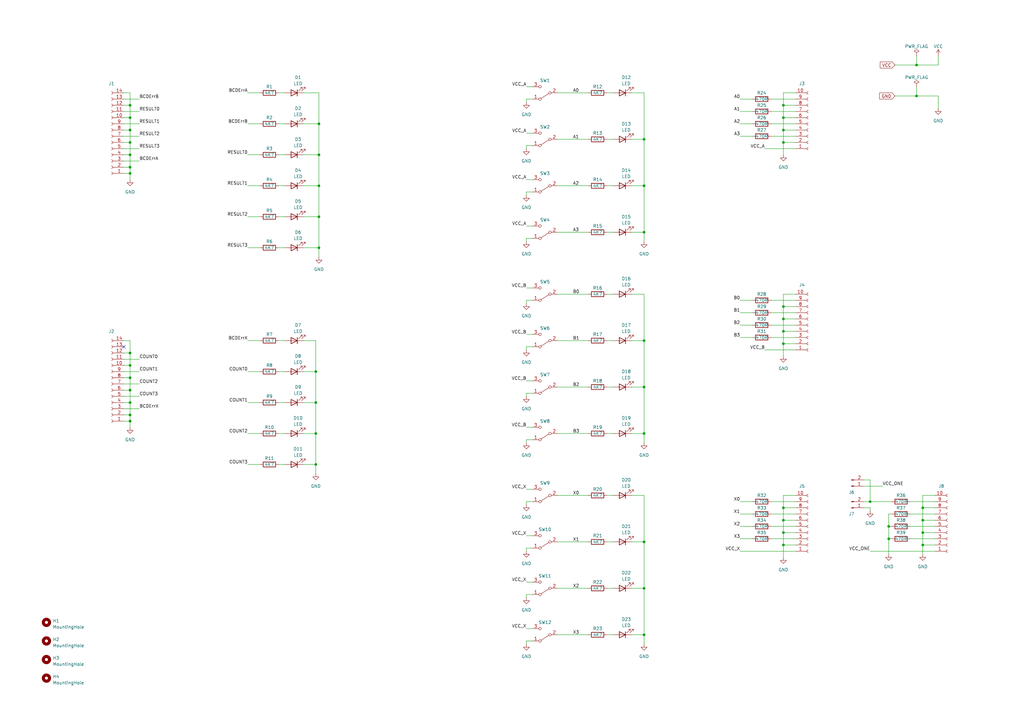
<source format=kicad_sch>
(kicad_sch (version 20230121) (generator eeschema)
  (paper "A3")
  (lib_symbols
    (symbol "Connector:Conn_01x02_Pin" (pin_names (offset 1.016) hide)
      (property "Reference" "J" (at 0 2.54 0))
      (property "Value" "Conn_01x02_Pin" (at 0 -5.08 0))
      (symbol "Conn_01x02_Pin_1_1"
        (pin passive line (at 5.08 0 180) (length 3.81) (name "Pin_1") (number "1"))
        (pin passive line (at 5.08 -2.54 180) (length 3.81) (name "Pin_2") (number "2"))
      )
    )
    (symbol "Connector:Conn_01x10_Socket" (pin_names (offset 1.016) hide)
      (property "Reference" "J" (at 0 12.7 0))
      (property "Value" "Conn_01x10_Socket" (at 0 -15.24 0))
      (symbol "Conn_01x10_Socket_1_1"
        (pin passive line (at -5.08 10.16 0) (length 3.81) (name "Pin_1") (number "1"))
        (pin passive line (at -5.08 -12.7 0) (length 3.81) (name "Pin_10") (number "10"))
        (pin passive line (at -5.08 7.62 0) (length 3.81) (name "Pin_2") (number "2"))
        (pin passive line (at -5.08 5.08 0) (length 3.81) (name "Pin_3") (number "3"))
        (pin passive line (at -5.08 2.54 0) (length 3.81) (name "Pin_4") (number "4"))
        (pin passive line (at -5.08 0 0) (length 3.81) (name "Pin_5") (number "5"))
        (pin passive line (at -5.08 -2.54 0) (length 3.81) (name "Pin_6") (number "6"))
        (pin passive line (at -5.08 -5.08 0) (length 3.81) (name "Pin_7") (number "7"))
        (pin passive line (at -5.08 -7.62 0) (length 3.81) (name "Pin_8") (number "8"))
        (pin passive line (at -5.08 -10.16 0) (length 3.81) (name "Pin_9") (number "9"))
      )
    )
    (symbol "Connector:Conn_01x14_Socket" (pin_names (offset 1.016) hide)
      (property "Reference" "J" (at 0 17.78 0))
      (property "Value" "Conn_01x14_Socket" (at 0 -20.32 0))
      (symbol "Conn_01x14_Socket_1_1"
        (pin passive line (at -5.08 15.24 0) (length 3.81) (name "Pin_1") (number "1"))
        (pin passive line (at -5.08 -7.62 0) (length 3.81) (name "Pin_10") (number "10"))
        (pin passive line (at -5.08 -10.16 0) (length 3.81) (name "Pin_11") (number "11"))
        (pin passive line (at -5.08 -12.7 0) (length 3.81) (name "Pin_12") (number "12"))
        (pin passive line (at -5.08 -15.24 0) (length 3.81) (name "Pin_13") (number "13"))
        (pin passive line (at -5.08 -17.78 0) (length 3.81) (name "Pin_14") (number "14"))
        (pin passive line (at -5.08 12.7 0) (length 3.81) (name "Pin_2") (number "2"))
        (pin passive line (at -5.08 10.16 0) (length 3.81) (name "Pin_3") (number "3"))
        (pin passive line (at -5.08 7.62 0) (length 3.81) (name "Pin_4") (number "4"))
        (pin passive line (at -5.08 5.08 0) (length 3.81) (name "Pin_5") (number "5"))
        (pin passive line (at -5.08 2.54 0) (length 3.81) (name "Pin_6") (number "6"))
        (pin passive line (at -5.08 0 0) (length 3.81) (name "Pin_7") (number "7"))
        (pin passive line (at -5.08 -2.54 0) (length 3.81) (name "Pin_8") (number "8"))
        (pin passive line (at -5.08 -5.08 0) (length 3.81) (name "Pin_9") (number "9"))
      )
    )
    (symbol "Device:LED" (pin_numbers hide) (pin_names (offset 1.016) hide)
      (property "Reference" "D" (at 0 2.54 0))
      (property "Value" "LED" (at 0 -2.54 0))
      (symbol "LED_1_1"
        (pin passive line (at -3.81 0 0) (length 2.54) (name "K") (number "1"))
        (pin passive line (at 3.81 0 180) (length 2.54) (name "A") (number "2"))
      )
    )
    (symbol "Device:R" (pin_numbers hide) (pin_names (offset 0))
      (property "Reference" "R" (at 2.032 0 90))
      (property "Value" "R" (at 0 0 90))
      (symbol "R_1_1"
        (pin passive line (at 0 3.81 270) (length 1.27) (name "~") (number "1"))
        (pin passive line (at 0 -3.81 90) (length 1.27) (name "~") (number "2"))
      )
    )
    (symbol "Mechanical:MountingHole" (pin_names (offset 1.016))
      (property "Reference" "H" (at 0 5.08 0))
      (property "Value" "MountingHole" (at 0 3.175 0))
    )
    (symbol "MevaLlibreria:SW_SPDT" (pin_names (offset 0) hide)
      (property "Reference" "SW" (at 0 -5.08 0))
      (symbol "SW_SPDT_1_1"
        (pin passive line (at 5.08 2.54 180) (length 2.54) (name "A") (number "1"))
        (pin passive line (at -5.08 0 0) (length 2.54) (name "B") (number "2"))
        (pin passive line (at 5.08 -2.54 180) (length 2.54) (name "C") (number "3"))
      )
    )
    (symbol "power:GND" (power) (pin_names (offset 0))
      (property "Value" "GND" (at 0 -3.81 0))
      (symbol "GND_1_1"
        (pin power_in line (at 0 0 270) (length 0) hide (name "GND") (number "1"))
      )
    )
    (symbol "power:PWR_FLAG" (power) (pin_numbers hide) (pin_names (offset 0) hide)
      (property "Value" "PWR_FLAG" (at 0 3.81 0))
      (symbol "PWR_FLAG_0_0"
        (pin power_out line (at 0 0 90) (length 0) (name "pwr") (number "1"))
      )
    )
    (symbol "power:VCC" (power) (pin_names (offset 0))
      (property "Value" "VCC" (at 0 3.81 0))
      (symbol "VCC_1_1"
        (pin power_in line (at 0 0 90) (length 0) hide (name "VCC") (number "1"))
      )
    )
  )
  (junction (at 129.54 190.5))
  (junction (at 364.49 220.98))
  (junction (at 264.16 177.8))
  (junction (at 264.16 241.3))
  (junction (at 264.16 76.2))
  (junction (at 321.31 213.36))
  (junction (at 130.81 63.5))
  (junction (at 53.34 48.26))
  (junction (at 53.34 172.72))
  (junction (at 264.16 158.75))
  (junction (at 53.34 63.5))
  (junction (at 130.81 101.6))
  (junction (at 356.87 205.74))
  (junction (at 375.92 26.67))
  (junction (at 53.34 144.78))
  (junction (at 378.46 213.36))
  (junction (at 378.46 208.28))
  (junction (at 375.92 39.37))
  (junction (at 364.49 215.9))
  (junction (at 321.31 218.44))
  (junction (at 321.31 48.26))
  (junction (at 53.34 170.18))
  (junction (at 378.46 223.52))
  (junction (at 321.31 53.34))
  (junction (at 321.31 140.97))
  (junction (at 129.54 152.4))
  (junction (at 53.34 53.34))
  (junction (at 53.34 165.1))
  (junction (at 321.31 125.73))
  (junction (at 264.16 57.15))
  (junction (at 130.81 50.8))
  (junction (at 264.16 95.25))
  (junction (at 129.54 177.8))
  (junction (at 130.81 76.2))
  (junction (at 53.34 58.42))
  (junction (at 321.31 135.89))
  (junction (at 264.16 260.35))
  (junction (at 321.31 43.18))
  (junction (at 321.31 208.28))
  (junction (at 53.34 160.02))
  (junction (at 130.81 88.9))
  (junction (at 264.16 139.7))
  (junction (at 129.54 165.1))
  (junction (at 53.34 68.58))
  (junction (at 321.31 223.52))
  (junction (at 53.34 154.94))
  (junction (at 53.34 149.86))
  (junction (at 321.31 58.42))
  (junction (at 264.16 222.25))
  (junction (at 53.34 71.12))
  (junction (at 53.34 43.18))
  (junction (at 321.31 130.81))
  (junction (at 378.46 218.44))
  (no_connect (at 50.8 142.24))
  (wire (pts (xy 248.92 158.75) (xy 251.46 158.75)))
  (wire (pts (xy 321.31 125.73) (xy 321.31 130.81)))
  (wire (pts (xy 129.54 177.8) (xy 129.54 190.5)))
  (wire (pts (xy 57.15 60.96) (xy 50.8 60.96)))
  (wire (pts (xy 57.15 167.64) (xy 50.8 167.64)))
  (wire (pts (xy 130.81 38.1) (xy 130.81 50.8)))
  (wire (pts (xy 50.8 154.94) (xy 53.34 154.94)))
  (wire (pts (xy 215.9 78.74) (xy 215.9 80.01)))
  (wire (pts (xy 321.31 130.81) (xy 321.31 135.89)))
  (wire (pts (xy 50.8 170.18) (xy 53.34 170.18)))
  (wire (pts (xy 124.46 50.8) (xy 130.81 50.8)))
  (wire (pts (xy 215.9 78.74) (xy 218.44 78.74)))
  (wire (pts (xy 57.15 55.88) (xy 50.8 55.88)))
  (wire (pts (xy 114.3 139.7) (xy 116.84 139.7)))
  (wire (pts (xy 50.8 43.18) (xy 53.34 43.18)))
  (wire (pts (xy 114.3 165.1) (xy 116.84 165.1)))
  (wire (pts (xy 130.81 101.6) (xy 130.81 105.41)))
  (wire (pts (xy 101.6 76.2) (xy 106.68 76.2)))
  (wire (pts (xy 316.23 50.8) (xy 326.39 50.8)))
  (wire (pts (xy 53.34 68.58) (xy 53.34 71.12)))
  (wire (pts (xy 57.15 147.32) (xy 50.8 147.32)))
  (wire (pts (xy 259.08 241.3) (xy 264.16 241.3)))
  (wire (pts (xy 326.39 213.36) (xy 321.31 213.36)))
  (wire (pts (xy 264.16 95.25) (xy 264.16 99.06)))
  (wire (pts (xy 373.38 220.98) (xy 383.54 220.98)))
  (wire (pts (xy 215.9 142.24) (xy 215.9 143.51)))
  (wire (pts (xy 313.69 143.51) (xy 326.39 143.51)))
  (wire (pts (xy 264.16 76.2) (xy 264.16 95.25)))
  (wire (pts (xy 354.33 196.85) (xy 356.87 196.85)))
  (wire (pts (xy 124.46 88.9) (xy 130.81 88.9)))
  (wire (pts (xy 101.6 38.1) (xy 106.68 38.1)))
  (wire (pts (xy 53.34 43.18) (xy 53.34 48.26)))
  (wire (pts (xy 53.34 63.5) (xy 53.34 68.58)))
  (wire (pts (xy 248.92 260.35) (xy 251.46 260.35)))
  (wire (pts (xy 367.03 39.37) (xy 375.92 39.37)))
  (wire (pts (xy 57.15 40.64) (xy 50.8 40.64)))
  (wire (pts (xy 101.6 190.5) (xy 106.68 190.5)))
  (wire (pts (xy 50.8 71.12) (xy 53.34 71.12)))
  (wire (pts (xy 53.34 165.1) (xy 53.34 170.18)))
  (wire (pts (xy 316.23 215.9) (xy 326.39 215.9)))
  (wire (pts (xy 326.39 125.73) (xy 321.31 125.73)))
  (wire (pts (xy 264.16 222.25) (xy 264.16 241.3)))
  (wire (pts (xy 53.34 170.18) (xy 53.34 172.72)))
  (wire (pts (xy 383.54 213.36) (xy 378.46 213.36)))
  (wire (pts (xy 321.31 140.97) (xy 321.31 146.05)))
  (wire (pts (xy 326.39 58.42) (xy 321.31 58.42)))
  (wire (pts (xy 101.6 165.1) (xy 106.68 165.1)))
  (wire (pts (xy 264.16 241.3) (xy 264.16 260.35)))
  (wire (pts (xy 313.69 60.96) (xy 326.39 60.96)))
  (wire (pts (xy 378.46 218.44) (xy 378.46 223.52)))
  (wire (pts (xy 101.6 152.4) (xy 106.68 152.4)))
  (wire (pts (xy 50.8 38.1) (xy 53.34 38.1)))
  (wire (pts (xy 248.92 57.15) (xy 251.46 57.15)))
  (wire (pts (xy 259.08 177.8) (xy 264.16 177.8)))
  (wire (pts (xy 215.9 205.74) (xy 215.9 207.01)))
  (wire (pts (xy 321.31 48.26) (xy 321.31 53.34)))
  (wire (pts (xy 57.15 45.72) (xy 50.8 45.72)))
  (wire (pts (xy 356.87 208.28) (xy 354.33 208.28)))
  (wire (pts (xy 215.9 123.19) (xy 218.44 123.19)))
  (wire (pts (xy 53.34 139.7) (xy 53.34 144.78)))
  (wire (pts (xy 215.9 224.79) (xy 215.9 226.06)))
  (wire (pts (xy 373.38 215.9) (xy 383.54 215.9)))
  (wire (pts (xy 259.08 76.2) (xy 264.16 76.2)))
  (wire (pts (xy 384.81 26.67) (xy 384.81 22.86)))
  (wire (pts (xy 215.9 224.79) (xy 218.44 224.79)))
  (wire (pts (xy 303.53 50.8) (xy 308.61 50.8)))
  (wire (pts (xy 215.9 35.56) (xy 218.44 35.56)))
  (wire (pts (xy 53.34 53.34) (xy 53.34 58.42)))
  (wire (pts (xy 215.9 205.74) (xy 218.44 205.74)))
  (wire (pts (xy 50.8 139.7) (xy 53.34 139.7)))
  (wire (pts (xy 114.3 190.5) (xy 116.84 190.5)))
  (wire (pts (xy 215.9 200.66) (xy 218.44 200.66)))
  (wire (pts (xy 124.46 101.6) (xy 130.81 101.6)))
  (wire (pts (xy 50.8 48.26) (xy 53.34 48.26)))
  (wire (pts (xy 326.39 203.2) (xy 321.31 203.2)))
  (wire (pts (xy 215.9 238.76) (xy 218.44 238.76)))
  (wire (pts (xy 129.54 165.1) (xy 129.54 177.8)))
  (wire (pts (xy 248.92 241.3) (xy 251.46 241.3)))
  (wire (pts (xy 264.16 139.7) (xy 264.16 158.75)))
  (wire (pts (xy 57.15 157.48) (xy 50.8 157.48)))
  (wire (pts (xy 53.34 73.66) (xy 53.34 71.12)))
  (wire (pts (xy 303.53 133.35) (xy 308.61 133.35)))
  (wire (pts (xy 316.23 210.82) (xy 326.39 210.82)))
  (wire (pts (xy 316.23 220.98) (xy 326.39 220.98)))
  (wire (pts (xy 248.92 120.65) (xy 251.46 120.65)))
  (wire (pts (xy 215.9 123.19) (xy 215.9 124.46)))
  (wire (pts (xy 303.53 138.43) (xy 308.61 138.43)))
  (wire (pts (xy 124.46 152.4) (xy 129.54 152.4)))
  (wire (pts (xy 215.9 137.16) (xy 218.44 137.16)))
  (wire (pts (xy 114.3 177.8) (xy 116.84 177.8)))
  (wire (pts (xy 259.08 139.7) (xy 264.16 139.7)))
  (wire (pts (xy 321.31 135.89) (xy 321.31 140.97)))
  (wire (pts (xy 321.31 208.28) (xy 321.31 213.36)))
  (wire (pts (xy 316.23 128.27) (xy 326.39 128.27)))
  (wire (pts (xy 215.9 59.69) (xy 215.9 60.96)))
  (wire (pts (xy 228.6 177.8) (xy 241.3 177.8)))
  (wire (pts (xy 130.81 76.2) (xy 130.81 88.9)))
  (wire (pts (xy 101.6 50.8) (xy 106.68 50.8)))
  (wire (pts (xy 248.92 76.2) (xy 251.46 76.2)))
  (wire (pts (xy 321.31 203.2) (xy 321.31 208.28)))
  (wire (pts (xy 375.92 35.56) (xy 375.92 39.37)))
  (wire (pts (xy 50.8 63.5) (xy 53.34 63.5)))
  (wire (pts (xy 264.16 203.2) (xy 264.16 222.25)))
  (wire (pts (xy 228.6 260.35) (xy 241.3 260.35)))
  (wire (pts (xy 264.16 57.15) (xy 264.16 76.2)))
  (wire (pts (xy 326.39 135.89) (xy 321.31 135.89)))
  (wire (pts (xy 228.6 95.25) (xy 241.3 95.25)))
  (wire (pts (xy 303.53 40.64) (xy 308.61 40.64)))
  (wire (pts (xy 373.38 205.74) (xy 383.54 205.74)))
  (wire (pts (xy 356.87 205.74) (xy 354.33 205.74)))
  (wire (pts (xy 321.31 218.44) (xy 321.31 223.52)))
  (wire (pts (xy 50.8 53.34) (xy 53.34 53.34)))
  (wire (pts (xy 384.81 39.37) (xy 384.81 44.45)))
  (wire (pts (xy 316.23 138.43) (xy 326.39 138.43)))
  (wire (pts (xy 373.38 210.82) (xy 383.54 210.82)))
  (wire (pts (xy 378.46 203.2) (xy 378.46 208.28)))
  (wire (pts (xy 303.53 205.74) (xy 308.61 205.74)))
  (wire (pts (xy 326.39 120.65) (xy 321.31 120.65)))
  (wire (pts (xy 321.31 213.36) (xy 321.31 218.44)))
  (wire (pts (xy 53.34 144.78) (xy 53.34 149.86)))
  (wire (pts (xy 326.39 218.44) (xy 321.31 218.44)))
  (wire (pts (xy 215.9 54.61) (xy 218.44 54.61)))
  (wire (pts (xy 215.9 97.79) (xy 215.9 99.06)))
  (wire (pts (xy 53.34 58.42) (xy 53.34 63.5)))
  (wire (pts (xy 114.3 63.5) (xy 116.84 63.5)))
  (wire (pts (xy 326.39 43.18) (xy 321.31 43.18)))
  (wire (pts (xy 53.34 38.1) (xy 53.34 43.18)))
  (wire (pts (xy 215.9 97.79) (xy 218.44 97.79)))
  (wire (pts (xy 101.6 101.6) (xy 106.68 101.6)))
  (wire (pts (xy 367.03 26.67) (xy 375.92 26.67)))
  (wire (pts (xy 215.9 142.24) (xy 218.44 142.24)))
  (wire (pts (xy 124.46 139.7) (xy 129.54 139.7)))
  (wire (pts (xy 383.54 203.2) (xy 378.46 203.2)))
  (wire (pts (xy 101.6 139.7) (xy 106.68 139.7)))
  (wire (pts (xy 259.08 57.15) (xy 264.16 57.15)))
  (wire (pts (xy 114.3 88.9) (xy 116.84 88.9)))
  (wire (pts (xy 303.53 210.82) (xy 308.61 210.82)))
  (wire (pts (xy 124.46 38.1) (xy 130.81 38.1)))
  (wire (pts (xy 130.81 88.9) (xy 130.81 101.6)))
  (wire (pts (xy 50.8 144.78) (xy 53.34 144.78)))
  (wire (pts (xy 114.3 76.2) (xy 116.84 76.2)))
  (wire (pts (xy 321.31 53.34) (xy 321.31 58.42)))
  (wire (pts (xy 215.9 73.66) (xy 218.44 73.66)))
  (wire (pts (xy 259.08 95.25) (xy 264.16 95.25)))
  (wire (pts (xy 215.9 92.71) (xy 218.44 92.71)))
  (wire (pts (xy 303.53 128.27) (xy 308.61 128.27)))
  (wire (pts (xy 215.9 219.71) (xy 218.44 219.71)))
  (wire (pts (xy 326.39 38.1) (xy 321.31 38.1)))
  (wire (pts (xy 303.53 220.98) (xy 308.61 220.98)))
  (wire (pts (xy 215.9 156.21) (xy 218.44 156.21)))
  (wire (pts (xy 356.87 205.74) (xy 365.76 205.74)))
  (wire (pts (xy 264.16 38.1) (xy 264.16 57.15)))
  (wire (pts (xy 50.8 172.72) (xy 53.34 172.72)))
  (wire (pts (xy 215.9 175.26) (xy 218.44 175.26)))
  (wire (pts (xy 316.23 55.88) (xy 326.39 55.88)))
  (wire (pts (xy 57.15 152.4) (xy 50.8 152.4)))
  (wire (pts (xy 248.92 177.8) (xy 251.46 177.8)))
  (wire (pts (xy 248.92 38.1) (xy 251.46 38.1)))
  (wire (pts (xy 321.31 43.18) (xy 321.31 48.26)))
  (wire (pts (xy 248.92 222.25) (xy 251.46 222.25)))
  (wire (pts (xy 383.54 218.44) (xy 378.46 218.44)))
  (wire (pts (xy 101.6 177.8) (xy 106.68 177.8)))
  (wire (pts (xy 215.9 161.29) (xy 218.44 161.29)))
  (wire (pts (xy 364.49 220.98) (xy 365.76 220.98)))
  (wire (pts (xy 326.39 208.28) (xy 321.31 208.28)))
  (wire (pts (xy 326.39 130.81) (xy 321.31 130.81)))
  (wire (pts (xy 215.9 118.11) (xy 218.44 118.11)))
  (wire (pts (xy 215.9 262.89) (xy 218.44 262.89)))
  (wire (pts (xy 129.54 152.4) (xy 129.54 165.1)))
  (wire (pts (xy 375.92 22.86) (xy 375.92 26.67)))
  (wire (pts (xy 378.46 213.36) (xy 378.46 218.44)))
  (wire (pts (xy 264.16 177.8) (xy 264.16 181.61)))
  (wire (pts (xy 356.87 226.06) (xy 383.54 226.06)))
  (wire (pts (xy 215.9 262.89) (xy 215.9 264.16)))
  (wire (pts (xy 53.34 175.26) (xy 53.34 172.72)))
  (wire (pts (xy 326.39 53.34) (xy 321.31 53.34)))
  (wire (pts (xy 129.54 139.7) (xy 129.54 152.4)))
  (wire (pts (xy 101.6 63.5) (xy 106.68 63.5)))
  (wire (pts (xy 303.53 123.19) (xy 308.61 123.19)))
  (wire (pts (xy 316.23 205.74) (xy 326.39 205.74)))
  (wire (pts (xy 321.31 38.1) (xy 321.31 43.18)))
  (wire (pts (xy 378.46 223.52) (xy 378.46 227.33)))
  (wire (pts (xy 124.46 63.5) (xy 130.81 63.5)))
  (wire (pts (xy 50.8 149.86) (xy 53.34 149.86)))
  (wire (pts (xy 248.92 203.2) (xy 251.46 203.2)))
  (wire (pts (xy 364.49 215.9) (xy 365.76 215.9)))
  (wire (pts (xy 316.23 133.35) (xy 326.39 133.35)))
  (wire (pts (xy 248.92 95.25) (xy 251.46 95.25)))
  (wire (pts (xy 215.9 180.34) (xy 215.9 181.61)))
  (wire (pts (xy 259.08 158.75) (xy 264.16 158.75)))
  (wire (pts (xy 378.46 208.28) (xy 378.46 213.36)))
  (wire (pts (xy 57.15 162.56) (xy 50.8 162.56)))
  (wire (pts (xy 356.87 196.85) (xy 356.87 205.74)))
  (wire (pts (xy 114.3 38.1) (xy 116.84 38.1)))
  (wire (pts (xy 264.16 120.65) (xy 264.16 139.7)))
  (wire (pts (xy 124.46 165.1) (xy 129.54 165.1)))
  (wire (pts (xy 215.9 40.64) (xy 218.44 40.64)))
  (wire (pts (xy 215.9 243.84) (xy 215.9 245.11)))
  (wire (pts (xy 375.92 26.67) (xy 384.81 26.67)))
  (wire (pts (xy 50.8 68.58) (xy 53.34 68.58)))
  (wire (pts (xy 130.81 50.8) (xy 130.81 63.5)))
  (wire (pts (xy 316.23 40.64) (xy 326.39 40.64)))
  (wire (pts (xy 228.6 158.75) (xy 241.3 158.75)))
  (wire (pts (xy 124.46 190.5) (xy 129.54 190.5)))
  (wire (pts (xy 53.34 48.26) (xy 53.34 53.34)))
  (wire (pts (xy 321.31 223.52) (xy 321.31 228.6)))
  (wire (pts (xy 356.87 209.55) (xy 356.87 208.28)))
  (wire (pts (xy 215.9 243.84) (xy 218.44 243.84)))
  (wire (pts (xy 228.6 76.2) (xy 241.3 76.2)))
  (wire (pts (xy 228.6 57.15) (xy 241.3 57.15)))
  (wire (pts (xy 228.6 203.2) (xy 241.3 203.2)))
  (wire (pts (xy 303.53 55.88) (xy 308.61 55.88)))
  (wire (pts (xy 259.08 38.1) (xy 264.16 38.1)))
  (wire (pts (xy 114.3 50.8) (xy 116.84 50.8)))
  (wire (pts (xy 215.9 161.29) (xy 215.9 162.56)))
  (wire (pts (xy 321.31 58.42) (xy 321.31 63.5)))
  (wire (pts (xy 364.49 215.9) (xy 364.49 220.98)))
  (wire (pts (xy 129.54 194.31) (xy 129.54 190.5)))
  (wire (pts (xy 259.08 260.35) (xy 264.16 260.35)))
  (wire (pts (xy 228.6 139.7) (xy 241.3 139.7)))
  (wire (pts (xy 215.9 40.64) (xy 215.9 41.91)))
  (wire (pts (xy 114.3 101.6) (xy 116.84 101.6)))
  (wire (pts (xy 215.9 180.34) (xy 218.44 180.34)))
  (wire (pts (xy 364.49 210.82) (xy 364.49 215.9)))
  (wire (pts (xy 383.54 208.28) (xy 378.46 208.28)))
  (wire (pts (xy 124.46 76.2) (xy 130.81 76.2)))
  (wire (pts (xy 228.6 222.25) (xy 241.3 222.25)))
  (wire (pts (xy 383.54 223.52) (xy 378.46 223.52)))
  (wire (pts (xy 50.8 165.1) (xy 53.34 165.1)))
  (wire (pts (xy 53.34 160.02) (xy 53.34 165.1)))
  (wire (pts (xy 321.31 120.65) (xy 321.31 125.73)))
  (wire (pts (xy 53.34 149.86) (xy 53.34 154.94)))
  (wire (pts (xy 364.49 227.33) (xy 364.49 220.98)))
  (wire (pts (xy 259.08 120.65) (xy 264.16 120.65)))
  (wire (pts (xy 57.15 50.8) (xy 50.8 50.8)))
  (wire (pts (xy 361.95 199.39) (xy 354.33 199.39)))
  (wire (pts (xy 264.16 158.75) (xy 264.16 177.8)))
  (wire (pts (xy 264.16 260.35) (xy 264.16 264.16)))
  (wire (pts (xy 53.34 154.94) (xy 53.34 160.02)))
  (wire (pts (xy 316.23 45.72) (xy 326.39 45.72)))
  (wire (pts (xy 215.9 59.69) (xy 218.44 59.69)))
  (wire (pts (xy 215.9 257.81) (xy 218.44 257.81)))
  (wire (pts (xy 50.8 58.42) (xy 53.34 58.42)))
  (wire (pts (xy 375.92 39.37) (xy 384.81 39.37)))
  (wire (pts (xy 326.39 223.52) (xy 321.31 223.52)))
  (wire (pts (xy 228.6 120.65) (xy 241.3 120.65)))
  (wire (pts (xy 50.8 160.02) (xy 53.34 160.02)))
  (wire (pts (xy 326.39 48.26) (xy 321.31 48.26)))
  (wire (pts (xy 228.6 38.1) (xy 241.3 38.1)))
  (wire (pts (xy 326.39 140.97) (xy 321.31 140.97)))
  (wire (pts (xy 303.53 45.72) (xy 308.61 45.72)))
  (wire (pts (xy 114.3 152.4) (xy 116.84 152.4)))
  (wire (pts (xy 259.08 203.2) (xy 264.16 203.2)))
  (wire (pts (xy 57.15 66.04) (xy 50.8 66.04)))
  (wire (pts (xy 124.46 177.8) (xy 129.54 177.8)))
  (wire (pts (xy 130.81 63.5) (xy 130.81 76.2)))
  (wire (pts (xy 303.53 215.9) (xy 308.61 215.9)))
  (wire (pts (xy 248.92 139.7) (xy 251.46 139.7)))
  (wire (pts (xy 228.6 241.3) (xy 241.3 241.3)))
  (wire (pts (xy 303.53 226.06) (xy 326.39 226.06)))
  (wire (pts (xy 316.23 123.19) (xy 326.39 123.19)))
  (wire (pts (xy 101.6 88.9) (xy 106.68 88.9)))
  (wire (pts (xy 364.49 210.82) (xy 365.76 210.82)))
  (wire (pts (xy 259.08 222.25) (xy 264.16 222.25)))
  (label "COUNT0" (at 101.6 152.4 180))
  (label "X3" (at 303.53 220.98 180))
  (label "A2" (at 303.53 50.8 180))
  (label "VCC_ONE" (at 361.95 199.39 0))
  (label "COUNT0" (at 57.15 147.32 0))
  (label "X1" (at 234.95 222.25 0))
  (label "COUNT2" (at 101.6 177.8 180))
  (label "X2" (at 303.53 215.9 180))
  (label "VCC_ONE" (at 356.87 226.06 180))
  (label "COUNT1" (at 101.6 165.1 180))
  (label "BCDErrA" (at 101.6 38.1 180))
  (label "COUNT3" (at 57.15 162.56 0))
  (label "RESULT1" (at 57.15 50.8 0))
  (label "VCC_A" (at 313.69 60.96 180))
  (label "B3" (at 234.95 177.8 0))
  (label "A0" (at 234.95 38.1 0))
  (label "RESULT1" (at 101.6 76.2 180))
  (label "VCC_A" (at 215.9 73.66 180))
  (label "BCDErrX" (at 101.6 139.7 180))
  (label "VCC_B" (at 215.9 118.11 180))
  (label "B3" (at 303.53 138.43 180))
  (label "RESULT0" (at 101.6 63.5 180))
  (label "B0" (at 303.53 123.19 180))
  (label "RESULT3" (at 57.15 60.96 0))
  (label "BCDErrB" (at 57.15 40.64 0))
  (label "COUNT3" (at 101.6 190.5 180))
  (label "VCC_A" (at 215.9 92.71 180))
  (label "VCC_X" (at 215.9 219.71 180))
  (label "X0" (at 234.95 203.2 0))
  (label "COUNT1" (at 57.15 152.4 0))
  (label "VCC_B" (at 313.69 143.51 180))
  (label "VCC_B" (at 215.9 137.16 180))
  (label "A3" (at 303.53 55.88 180))
  (label "X3" (at 234.95 260.35 0))
  (label "A0" (at 303.53 40.64 180))
  (label "RESULT2" (at 57.15 55.88 0))
  (label "B0" (at 234.95 120.65 0))
  (label "BCDErrX" (at 57.15 167.64 0))
  (label "VCC_B" (at 215.9 175.26 180))
  (label "A1" (at 234.95 57.15 0))
  (label "VCC_X" (at 303.53 226.06 180))
  (label "COUNT2" (at 57.15 157.48 0))
  (label "RESULT0" (at 57.15 45.72 0))
  (label "RESULT2" (at 101.6 88.9 180))
  (label "BCDErrB" (at 101.6 50.8 180))
  (label "A3" (at 234.95 95.25 0))
  (label "B2" (at 234.95 158.75 0))
  (label "B2" (at 303.53 133.35 180))
  (label "VCC_A" (at 215.9 54.61 180))
  (label "B1" (at 303.53 128.27 180))
  (label "B1" (at 234.95 139.7 0))
  (label "VCC_X" (at 215.9 200.66 180))
  (label "VCC_B" (at 215.9 156.21 180))
  (label "X2" (at 234.95 241.3 0))
  (label "VCC_A" (at 215.9 35.56 180))
  (label "A1" (at 303.53 45.72 180))
  (label "A2" (at 234.95 76.2 0))
  (label "VCC_X" (at 215.9 257.81 180))
  (label "X1" (at 303.53 210.82 180))
  (label "RESULT3" (at 101.6 101.6 180))
  (label "VCC_X" (at 215.9 238.76 180))
  (label "X0" (at 303.53 205.74 180))
  (label "BCDErrA" (at 57.15 66.04 0))
  (global_label "GND" (shape input) (at 367.03 39.37 180) (property "Intersheetrefs" "${INTERSHEET_REFS}" (effects hide)))
  (global_label "VCC" (shape input) (at 367.03 26.67 180) (property "Intersheetrefs" "${INTERSHEET_REFS}" (effects hide)))
  (symbol (lib_id "Mechanical:MountingHole") (at 19.05 270.51 0) (unit 1)
    (property "Reference" "H3" (at 21.59 269.875 0) (effects (justify left)))
    (property "Value" "MountingHole" (at 21.59 272.415 0) (effects (justify left)))
    (property "Footprint" "MountingHole:MountingHole_3.2mm_M3_DIN965_Pad" (effects hide))
  )
  (symbol (lib_id "power:GND") (at 130.81 105.41 0) (unit 1)
    (property "Reference" "#PWR04" (effects hide))
    (property "Value" "GND" (at 130.81 110.49 0))
  )
  (symbol (lib_id "power:GND") (at 356.87 209.55 0) (mirror y) (unit 1)
    (property "Reference" "#PWR011" (effects hide))
    (property "Value" "GND" (at 356.87 214.63 0))
  )
  (symbol (lib_id "Device:R") (at 369.57 215.9 90) (unit 1)
    (property "Reference" "R38" (at 369.57 213.36 90))
    (property "Value" "470R" (at 369.57 215.9 90))
    (property "Footprint" "Resistor_THT:R_Axial_DIN0207_L6.3mm_D2.5mm_P7.62mm_Horizontal" (effects hide))
  )
  (symbol (lib_id "Device:R") (at 110.49 139.7 90) (unit 1)
    (property "Reference" "R7" (at 110.49 137.16 90))
    (property "Value" "4K7" (at 110.49 139.7 90))
    (property "Footprint" "Resistor_THT:R_Axial_DIN0207_L6.3mm_D2.5mm_P7.62mm_Horizontal" (effects hide))
  )
  (symbol (lib_id "Mechanical:MountingHole") (at 19.05 255.27 0) (unit 1)
    (property "Reference" "H1" (at 21.59 254.635 0) (effects (justify left)))
    (property "Value" "MountingHole" (at 21.59 257.175 0) (effects (justify left)))
    (property "Footprint" "MountingHole:MountingHole_3.2mm_M3_DIN965_Pad" (effects hide))
  )
  (symbol (lib_id "Connector:Conn_01x02_Pin") (at 349.25 208.28 0) (mirror x) (unit 1)
    (property "Reference" "J7" (at 349.25 210.82 0))
    (property "Value" "Conn_01x02_Pin" (effects hide))
    (property "Footprint" "Jumper:SolderJumper-2_P1.3mm_Open_RoundedPad1.0x1.5mm" (effects hide))
  )
  (symbol (lib_id "Device:LED") (at 255.27 177.8 180) (unit 1)
    (property "Reference" "D19" (at 256.8575 171.45 0))
    (property "Value" "LED" (at 256.8575 173.99 0))
    (property "Footprint" "MevaLlibreriaFootprint:LED_D3.0mm_Centrat" (effects hide))
  )
  (symbol (lib_id "Device:R") (at 245.11 139.7 90) (unit 1)
    (property "Reference" "R17" (at 245.11 137.16 90))
    (property "Value" "4K7" (at 245.11 139.7 90))
    (property "Footprint" "Resistor_THT:R_Axial_DIN0207_L6.3mm_D2.5mm_P7.62mm_Horizontal" (effects hide))
  )
  (symbol (lib_id "Device:LED") (at 255.27 95.25 180) (unit 1)
    (property "Reference" "D15" (at 256.8575 88.9 0))
    (property "Value" "LED" (at 256.8575 91.44 0))
    (property "Footprint" "MevaLlibreriaFootprint:LED_D3.0mm_Centrat" (effects hide))
  )
  (symbol (lib_id "Device:R") (at 110.49 88.9 90) (unit 1)
    (property "Reference" "R5" (at 110.49 86.36 90))
    (property "Value" "4K7" (at 110.49 88.9 90))
    (property "Footprint" "Resistor_THT:R_Axial_DIN0207_L6.3mm_D2.5mm_P7.62mm_Horizontal" (effects hide))
  )
  (symbol (lib_id "Device:R") (at 312.42 215.9 90) (unit 1)
    (property "Reference" "R34" (at 312.42 213.36 90))
    (property "Value" "470R" (at 312.42 215.9 90))
    (property "Footprint" "Resistor_THT:R_Axial_DIN0207_L6.3mm_D2.5mm_P7.62mm_Horizontal" (effects hide))
  )
  (symbol (lib_id "Connector:Conn_01x14_Socket") (at 45.72 55.88 180) (unit 1)
    (property "Reference" "J1" (at 45.72 34.29 0))
    (property "Value" "Conn_01x14_Socket" (effects hide))
    (property "Footprint" "Connector_PinHeader_2.54mm:PinHeader_2x07_P2.54mm_Vertical" (effects hide))
  )
  (symbol (lib_id "Device:R") (at 312.42 50.8 90) (unit 1)
    (property "Reference" "R26" (at 312.42 48.26 90))
    (property "Value" "470R" (at 312.42 50.8 90))
    (property "Footprint" "Resistor_THT:R_Axial_DIN0207_L6.3mm_D2.5mm_P7.62mm_Horizontal" (effects hide))
  )
  (symbol (lib_id "Connector:Conn_01x10_Socket") (at 388.62 215.9 0) (mirror x) (unit 1)
    (property "Reference" "J8" (at 386.08 199.39 0))
    (property "Value" "Conn_01x10_Socket" (effects hide))
    (property "Footprint" "Connector_PinHeader_2.54mm:PinHeader_2x05_P2.54mm_Vertical" (effects hide))
  )
  (symbol (lib_id "power:GND") (at 215.9 226.06 0) (unit 1)
    (property "Reference" "#PWR018" (effects hide))
    (property "Value" "GND" (at 215.9 231.14 0))
  )
  (symbol (lib_id "Device:LED") (at 120.65 190.5 180) (unit 1)
    (property "Reference" "D11" (at 122.2375 184.15 0))
    (property "Value" "LED" (at 122.2375 186.69 0))
    (property "Footprint" "MevaLlibreriaFootprint:LED_D3.0mm_Centrat" (effects hide))
  )
  (symbol (lib_id "Device:LED") (at 255.27 120.65 180) (unit 1)
    (property "Reference" "D16" (at 256.8575 114.3 0))
    (property "Value" "LED" (at 256.8575 116.84 0))
    (property "Footprint" "MevaLlibreriaFootprint:LED_D3.0mm_Centrat" (effects hide))
  )
  (symbol (lib_id "power:GND") (at 264.16 99.06 0) (unit 1)
    (property "Reference" "#PWR05" (effects hide))
    (property "Value" "GND" (at 264.16 104.14 0))
  )
  (symbol (lib_id "Device:R") (at 245.11 57.15 90) (unit 1)
    (property "Reference" "R13" (at 245.11 54.61 90))
    (property "Value" "4K7" (at 245.11 57.15 90))
    (property "Footprint" "Resistor_THT:R_Axial_DIN0207_L6.3mm_D2.5mm_P7.62mm_Horizontal" (effects hide))
  )
  (symbol (lib_id "Device:R") (at 110.49 50.8 90) (unit 1)
    (property "Reference" "R2" (at 110.49 48.26 90))
    (property "Value" "4K7" (at 110.49 50.8 90))
    (property "Footprint" "Resistor_THT:R_Axial_DIN0207_L6.3mm_D2.5mm_P7.62mm_Horizontal" (effects hide))
  )
  (symbol (lib_id "Device:LED") (at 120.65 177.8 180) (unit 1)
    (property "Reference" "D10" (at 122.2375 171.45 0))
    (property "Value" "LED" (at 122.2375 173.99 0))
    (property "Footprint" "MevaLlibreriaFootprint:LED_D3.0mm_Centrat" (effects hide))
  )
  (symbol (lib_id "power:GND") (at 364.49 227.33 0) (unit 1)
    (property "Reference" "#PWR012" (effects hide))
    (property "Value" "GND" (at 364.49 232.41 0))
  )
  (symbol (lib_id "Device:R") (at 110.49 190.5 90) (unit 1)
    (property "Reference" "R11" (at 110.49 187.96 90))
    (property "Value" "4K7" (at 110.49 190.5 90))
    (property "Footprint" "Resistor_THT:R_Axial_DIN0207_L6.3mm_D2.5mm_P7.62mm_Horizontal" (effects hide))
  )
  (symbol (lib_id "Device:R") (at 245.11 158.75 90) (unit 1)
    (property "Reference" "R18" (at 245.11 156.21 90))
    (property "Value" "4K7" (at 245.11 158.75 90))
    (property "Footprint" "Resistor_THT:R_Axial_DIN0207_L6.3mm_D2.5mm_P7.62mm_Horizontal" (effects hide))
  )
  (symbol (lib_id "Device:R") (at 312.42 40.64 90) (unit 1)
    (property "Reference" "R24" (at 312.42 38.1 90))
    (property "Value" "470R" (at 312.42 40.64 90))
    (property "Footprint" "Resistor_THT:R_Axial_DIN0207_L6.3mm_D2.5mm_P7.62mm_Horizontal" (effects hide))
  )
  (symbol (lib_id "MevaLlibreria:SW_SPDT") (at 223.52 177.8 180) (unit 1)
    (property "Reference" "SW8" (at 223.52 172.72 0))
    (property "Value" "SW_SPDT" (effects hide))
    (property "Footprint" "MevaLlibreriaFootprint:SW_Toggle_SPDT_Vertical_Mini" (effects hide))
  )
  (symbol (lib_id "MevaLlibreria:SW_SPDT") (at 223.52 120.65 180) (unit 1)
    (property "Reference" "SW5" (at 223.52 115.57 0))
    (property "Value" "SW_SPDT" (effects hide))
    (property "Footprint" "MevaLlibreriaFootprint:SW_Toggle_SPDT_Vertical_Mini" (effects hide))
  )
  (symbol (lib_id "Device:R") (at 110.49 63.5 90) (unit 1)
    (property "Reference" "R3" (at 110.49 60.96 90))
    (property "Value" "4K7" (at 110.49 63.5 90))
    (property "Footprint" "Resistor_THT:R_Axial_DIN0207_L6.3mm_D2.5mm_P7.62mm_Horizontal" (effects hide))
  )
  (symbol (lib_id "Device:LED") (at 120.65 88.9 180) (unit 1)
    (property "Reference" "D5" (at 122.2375 82.55 0))
    (property "Value" "LED" (at 122.2375 85.09 0))
    (property "Footprint" "MevaLlibreriaFootprint:LED_D3.0mm_Centrat" (effects hide))
  )
  (symbol (lib_id "power:GND") (at 321.31 146.05 0) (unit 1)
    (property "Reference" "#PWR09" (effects hide))
    (property "Value" "GND" (at 321.31 151.13 0))
  )
  (symbol (lib_id "Device:R") (at 245.11 260.35 90) (unit 1)
    (property "Reference" "R23" (at 245.11 257.81 90))
    (property "Value" "4K7" (at 245.11 260.35 90))
    (property "Footprint" "Resistor_THT:R_Axial_DIN0207_L6.3mm_D2.5mm_P7.62mm_Horizontal" (effects hide))
  )
  (symbol (lib_id "Device:LED") (at 255.27 38.1 180) (unit 1)
    (property "Reference" "D12" (at 256.8575 31.75 0))
    (property "Value" "LED" (at 256.8575 34.29 0))
    (property "Footprint" "MevaLlibreriaFootprint:LED_D3.0mm_Centrat" (effects hide))
  )
  (symbol (lib_id "Device:R") (at 110.49 101.6 90) (unit 1)
    (property "Reference" "R6" (at 110.49 99.06 90))
    (property "Value" "4K7" (at 110.49 101.6 90))
    (property "Footprint" "Resistor_THT:R_Axial_DIN0207_L6.3mm_D2.5mm_P7.62mm_Horizontal" (effects hide))
  )
  (symbol (lib_id "MevaLlibreria:SW_SPDT") (at 223.52 203.2 180) (unit 1)
    (property "Reference" "SW9" (at 223.52 198.12 0))
    (property "Value" "SW_SPDT" (effects hide))
    (property "Footprint" "MevaLlibreriaFootprint:SW_Toggle_SPDT_Vertical_Mini" (effects hide))
  )
  (symbol (lib_id "Device:R") (at 312.42 45.72 90) (unit 1)
    (property "Reference" "R25" (at 312.42 43.18 90))
    (property "Value" "470R" (at 312.42 45.72 90))
    (property "Footprint" "Resistor_THT:R_Axial_DIN0207_L6.3mm_D2.5mm_P7.62mm_Horizontal" (effects hide))
  )
  (symbol (lib_id "Device:R") (at 312.42 128.27 90) (unit 1)
    (property "Reference" "R29" (at 312.42 125.73 90))
    (property "Value" "470R" (at 312.42 128.27 90))
    (property "Footprint" "Resistor_THT:R_Axial_DIN0207_L6.3mm_D2.5mm_P7.62mm_Horizontal" (effects hide))
  )
  (symbol (lib_id "MevaLlibreria:SW_SPDT") (at 223.52 241.3 180) (unit 1)
    (property "Reference" "SW11" (at 223.52 236.22 0))
    (property "Value" "SW_SPDT" (effects hide))
    (property "Footprint" "MevaLlibreriaFootprint:SW_Toggle_SPDT_Vertical_Mini" (effects hide))
  )
  (symbol (lib_id "Device:R") (at 245.11 38.1 90) (unit 1)
    (property "Reference" "R12" (at 245.11 35.56 90))
    (property "Value" "4K7" (at 245.11 38.1 90))
    (property "Footprint" "Resistor_THT:R_Axial_DIN0207_L6.3mm_D2.5mm_P7.62mm_Horizontal" (effects hide))
  )
  (symbol (lib_id "power:PWR_FLAG") (at 375.92 35.56 0) (unit 1)
    (property "Reference" "#FLG02" (effects hide))
    (property "Value" "PWR_FLAG" (at 375.92 31.75 0))
  )
  (symbol (lib_id "power:GND") (at 215.9 99.06 0) (unit 1)
    (property "Reference" "#PWR024" (effects hide))
    (property "Value" "GND" (at 215.9 104.14 0))
  )
  (symbol (lib_id "power:GND") (at 215.9 124.46 0) (unit 1)
    (property "Reference" "#PWR023" (effects hide))
    (property "Value" "GND" (at 215.9 129.54 0))
  )
  (symbol (lib_id "MevaLlibreria:SW_SPDT") (at 223.52 95.25 180) (unit 1)
    (property "Reference" "SW4" (at 223.52 90.17 0))
    (property "Value" "SW_SPDT" (effects hide))
    (property "Footprint" "MevaLlibreriaFootprint:SW_Toggle_SPDT_Vertical_Mini" (effects hide))
  )
  (symbol (lib_id "Mechanical:MountingHole") (at 19.05 278.13 0) (unit 1)
    (property "Reference" "H4" (at 21.59 277.495 0) (effects (justify left)))
    (property "Value" "MountingHole" (at 21.59 280.035 0) (effects (justify left)))
    (property "Footprint" "MountingHole:MountingHole_3.2mm_M3_DIN965_Pad" (effects hide))
  )
  (symbol (lib_id "power:GND") (at 215.9 181.61 0) (unit 1)
    (property "Reference" "#PWR020" (effects hide))
    (property "Value" "GND" (at 215.9 186.69 0))
  )
  (symbol (lib_id "Device:R") (at 369.57 205.74 90) (unit 1)
    (property "Reference" "R36" (at 369.57 203.2 90))
    (property "Value" "470R" (at 369.57 205.74 90))
    (property "Footprint" "Resistor_THT:R_Axial_DIN0207_L6.3mm_D2.5mm_P7.62mm_Horizontal" (effects hide))
  )
  (symbol (lib_id "Connector:Conn_01x10_Socket") (at 331.47 215.9 0) (mirror x) (unit 1)
    (property "Reference" "J5" (at 328.93 199.39 0))
    (property "Value" "Conn_01x10_Socket" (effects hide))
    (property "Footprint" "Connector_PinHeader_2.54mm:PinHeader_2x05_P2.54mm_Vertical" (effects hide))
  )
  (symbol (lib_id "power:GND") (at 264.16 264.16 0) (unit 1)
    (property "Reference" "#PWR07" (effects hide))
    (property "Value" "GND" (at 264.16 269.24 0))
  )
  (symbol (lib_id "power:GND") (at 264.16 181.61 0) (unit 1)
    (property "Reference" "#PWR06" (effects hide))
    (property "Value" "GND" (at 264.16 186.69 0))
  )
  (symbol (lib_id "Mechanical:MountingHole") (at 19.05 262.89 0) (unit 1)
    (property "Reference" "H2" (at 21.59 262.255 0) (effects (justify left)))
    (property "Value" "MountingHole" (at 21.59 264.795 0) (effects (justify left)))
    (property "Footprint" "MountingHole:MountingHole_3.2mm_M3_DIN965_Pad" (effects hide))
  )
  (symbol (lib_id "Device:LED") (at 120.65 152.4 180) (unit 1)
    (property "Reference" "D8" (at 122.2375 146.05 0))
    (property "Value" "LED" (at 122.2375 148.59 0))
    (property "Footprint" "MevaLlibreriaFootprint:LED_D3.0mm_Centrat" (effects hide))
  )
  (symbol (lib_id "Device:R") (at 312.42 220.98 90) (unit 1)
    (property "Reference" "R35" (at 312.42 218.44 90))
    (property "Value" "470R" (at 312.42 220.98 90))
    (property "Footprint" "Resistor_THT:R_Axial_DIN0207_L6.3mm_D2.5mm_P7.62mm_Horizontal" (effects hide))
  )
  (symbol (lib_id "Device:LED") (at 255.27 241.3 180) (unit 1)
    (property "Reference" "D22" (at 256.8575 234.95 0))
    (property "Value" "LED" (at 256.8575 237.49 0))
    (property "Footprint" "MevaLlibreriaFootprint:LED_D3.0mm_Centrat" (effects hide))
  )
  (symbol (lib_id "Connector:Conn_01x02_Pin") (at 349.25 199.39 0) (mirror x) (unit 1)
    (property "Reference" "J6" (at 349.25 201.93 0))
    (property "Value" "Conn_01x02_Pin" (effects hide))
    (property "Footprint" "Jumper:SolderJumper-2_P1.3mm_Open_RoundedPad1.0x1.5mm" (effects hide))
  )
  (symbol (lib_id "power:GND") (at 53.34 73.66 0) (unit 1)
    (property "Reference" "#PWR01" (effects hide))
    (property "Value" "GND" (at 53.34 78.74 0))
  )
  (symbol (lib_id "Device:LED") (at 120.65 165.1 180) (unit 1)
    (property "Reference" "D9" (at 122.2375 158.75 0))
    (property "Value" "LED" (at 122.2375 161.29 0))
    (property "Footprint" "MevaLlibreriaFootprint:LED_D3.0mm_Centrat" (effects hide))
  )
  (symbol (lib_id "MevaLlibreria:SW_SPDT") (at 223.52 139.7 180) (unit 1)
    (property "Reference" "SW6" (at 223.52 134.62 0))
    (property "Value" "SW_SPDT" (effects hide))
    (property "Footprint" "MevaLlibreriaFootprint:SW_Toggle_SPDT_Vertical_Mini" (effects hide))
  )
  (symbol (lib_id "power:VCC") (at 384.81 22.86 0) (unit 1)
    (property "Reference" "#PWR014" (effects hide))
    (property "Value" "VCC" (at 384.81 19.05 0))
  )
  (symbol (lib_id "Device:LED") (at 255.27 158.75 180) (unit 1)
    (property "Reference" "D18" (at 256.8575 152.4 0))
    (property "Value" "LED" (at 256.8575 154.94 0))
    (property "Footprint" "MevaLlibreriaFootprint:LED_D3.0mm_Centrat" (effects hide))
  )
  (symbol (lib_id "Connector:Conn_01x10_Socket") (at 331.47 50.8 0) (mirror x) (unit 1)
    (property "Reference" "J3" (at 328.93 34.29 0))
    (property "Value" "Conn_01x10_Socket" (effects hide))
    (property "Footprint" "Connector_PinHeader_2.54mm:PinHeader_2x05_P2.54mm_Vertical" (effects hide))
  )
  (symbol (lib_id "Device:LED") (at 120.65 63.5 180) (unit 1)
    (property "Reference" "D3" (at 122.2375 57.15 0))
    (property "Value" "LED" (at 122.2375 59.69 0))
    (property "Footprint" "MevaLlibreriaFootprint:LED_D3.0mm_Centrat" (effects hide))
  )
  (symbol (lib_id "power:GND") (at 321.31 228.6 0) (unit 1)
    (property "Reference" "#PWR010" (effects hide))
    (property "Value" "GND" (at 321.31 233.68 0))
  )
  (symbol (lib_id "power:PWR_FLAG") (at 375.92 22.86 0) (unit 1)
    (property "Reference" "#FLG01" (effects hide))
    (property "Value" "PWR_FLAG" (at 375.92 19.05 0))
  )
  (symbol (lib_id "Device:R") (at 245.11 95.25 90) (unit 1)
    (property "Reference" "R15" (at 245.11 92.71 90))
    (property "Value" "4K7" (at 245.11 95.25 90))
    (property "Footprint" "Resistor_THT:R_Axial_DIN0207_L6.3mm_D2.5mm_P7.62mm_Horizontal" (effects hide))
  )
  (symbol (lib_id "Device:R") (at 245.11 203.2 90) (unit 1)
    (property "Reference" "R20" (at 245.11 200.66 90))
    (property "Value" "4K7" (at 245.11 203.2 90))
    (property "Footprint" "Resistor_THT:R_Axial_DIN0207_L6.3mm_D2.5mm_P7.62mm_Horizontal" (effects hide))
  )
  (symbol (lib_id "Device:LED") (at 255.27 203.2 180) (unit 1)
    (property "Reference" "D20" (at 256.8575 196.85 0))
    (property "Value" "LED" (at 256.8575 199.39 0))
    (property "Footprint" "MevaLlibreriaFootprint:LED_D3.0mm_Centrat" (effects hide))
  )
  (symbol (lib_id "MevaLlibreria:SW_SPDT") (at 223.52 76.2 180) (unit 1)
    (property "Reference" "SW3" (at 223.52 71.12 0))
    (property "Value" "SW_SPDT" (effects hide))
    (property "Footprint" "MevaLlibreriaFootprint:SW_Toggle_SPDT_Vertical_Mini" (effects hide))
  )
  (symbol (lib_id "Device:R") (at 245.11 120.65 90) (unit 1)
    (property "Reference" "R16" (at 245.11 118.11 90))
    (property "Value" "4K7" (at 245.11 120.65 90))
    (property "Footprint" "Resistor_THT:R_Axial_DIN0207_L6.3mm_D2.5mm_P7.62mm_Horizontal" (effects hide))
  )
  (symbol (lib_id "Device:R") (at 312.42 205.74 90) (unit 1)
    (property "Reference" "R32" (at 312.42 203.2 90))
    (property "Value" "470R" (at 312.42 205.74 90))
    (property "Footprint" "Resistor_THT:R_Axial_DIN0207_L6.3mm_D2.5mm_P7.62mm_Horizontal" (effects hide))
  )
  (symbol (lib_id "Device:R") (at 312.42 133.35 90) (unit 1)
    (property "Reference" "R30" (at 312.42 130.81 90))
    (property "Value" "470R" (at 312.42 133.35 90))
    (property "Footprint" "Resistor_THT:R_Axial_DIN0207_L6.3mm_D2.5mm_P7.62mm_Horizontal" (effects hide))
  )
  (symbol (lib_id "Connector:Conn_01x14_Socket") (at 45.72 157.48 180) (unit 1)
    (property "Reference" "J2" (at 45.72 135.89 0))
    (property "Value" "Conn_01x14_Socket" (effects hide))
    (property "Footprint" "Connector_PinHeader_2.54mm:PinHeader_2x07_P2.54mm_Vertical" (effects hide))
  )
  (symbol (lib_id "power:GND") (at 215.9 245.11 0) (unit 1)
    (property "Reference" "#PWR017" (effects hide))
    (property "Value" "GND" (at 215.9 250.19 0))
  )
  (symbol (lib_id "Device:R") (at 312.42 138.43 90) (unit 1)
    (property "Reference" "R31" (at 312.42 135.89 90))
    (property "Value" "470R" (at 312.42 138.43 90))
    (property "Footprint" "Resistor_THT:R_Axial_DIN0207_L6.3mm_D2.5mm_P7.62mm_Horizontal" (effects hide))
  )
  (symbol (lib_id "power:GND") (at 378.46 227.33 0) (unit 1)
    (property "Reference" "#PWR013" (effects hide))
    (property "Value" "GND" (at 378.46 232.41 0))
  )
  (symbol (lib_id "Device:R") (at 110.49 152.4 90) (unit 1)
    (property "Reference" "R8" (at 110.49 149.86 90))
    (property "Value" "4K7" (at 110.49 152.4 90))
    (property "Footprint" "Resistor_THT:R_Axial_DIN0207_L6.3mm_D2.5mm_P7.62mm_Horizontal" (effects hide))
  )
  (symbol (lib_id "MevaLlibreria:SW_SPDT") (at 223.52 57.15 180) (unit 1)
    (property "Reference" "SW2" (at 223.52 52.07 0))
    (property "Value" "SW_SPDT" (effects hide))
    (property "Footprint" "MevaLlibreriaFootprint:SW_Toggle_SPDT_Vertical_Mini" (effects hide))
  )
  (symbol (lib_id "power:GND") (at 129.54 194.31 0) (unit 1)
    (property "Reference" "#PWR03" (effects hide))
    (property "Value" "GND" (at 129.54 199.39 0))
  )
  (symbol (lib_id "MevaLlibreria:SW_SPDT") (at 223.52 222.25 180) (unit 1)
    (property "Reference" "SW10" (at 223.52 217.17 0))
    (property "Value" "SW_SPDT" (effects hide))
    (property "Footprint" "MevaLlibreriaFootprint:SW_Toggle_SPDT_Vertical_Mini" (effects hide))
  )
  (symbol (lib_id "Device:LED") (at 255.27 76.2 180) (unit 1)
    (property "Reference" "D14" (at 256.8575 69.85 0))
    (property "Value" "LED" (at 256.8575 72.39 0))
    (property "Footprint" "MevaLlibreriaFootprint:LED_D3.0mm_Centrat" (effects hide))
  )
  (symbol (lib_id "MevaLlibreria:SW_SPDT") (at 223.52 38.1 180) (unit 1)
    (property "Reference" "SW1" (at 223.52 33.02 0))
    (property "Value" "SW_SPDT" (effects hide))
    (property "Footprint" "MevaLlibreriaFootprint:SW_Toggle_SPDT_Vertical_Mini" (effects hide))
  )
  (symbol (lib_id "power:GND") (at 53.34 175.26 0) (unit 1)
    (property "Reference" "#PWR02" (effects hide))
    (property "Value" "GND" (at 53.34 180.34 0))
  )
  (symbol (lib_id "Connector:Conn_01x10_Socket") (at 331.47 133.35 0) (mirror x) (unit 1)
    (property "Reference" "J4" (at 328.93 116.84 0))
    (property "Value" "Conn_01x10_Socket" (effects hide))
    (property "Footprint" "Connector_PinHeader_2.54mm:PinHeader_2x05_P2.54mm_Vertical" (effects hide))
  )
  (symbol (lib_id "power:GND") (at 215.9 60.96 0) (unit 1)
    (property "Reference" "#PWR026" (effects hide))
    (property "Value" "GND" (at 215.9 66.04 0))
  )
  (symbol (lib_id "Device:LED") (at 120.65 76.2 180) (unit 1)
    (property "Reference" "D4" (at 122.2375 69.85 0))
    (property "Value" "LED" (at 122.2375 72.39 0))
    (property "Footprint" "MevaLlibreriaFootprint:LED_D3.0mm_Centrat" (effects hide))
  )
  (symbol (lib_id "Device:LED") (at 120.65 101.6 180) (unit 1)
    (property "Reference" "D6" (at 122.2375 95.25 0))
    (property "Value" "LED" (at 122.2375 97.79 0))
    (property "Footprint" "MevaLlibreriaFootprint:LED_D3.0mm_Centrat" (effects hide))
  )
  (symbol (lib_id "Device:R") (at 312.42 210.82 90) (unit 1)
    (property "Reference" "R33" (at 312.42 208.28 90))
    (property "Value" "470R" (at 312.42 210.82 90))
    (property "Footprint" "Resistor_THT:R_Axial_DIN0207_L6.3mm_D2.5mm_P7.62mm_Horizontal" (effects hide))
  )
  (symbol (lib_id "power:GND") (at 321.31 63.5 0) (unit 1)
    (property "Reference" "#PWR08" (effects hide))
    (property "Value" "GND" (at 321.31 68.58 0))
  )
  (symbol (lib_id "power:GND") (at 215.9 41.91 0) (unit 1)
    (property "Reference" "#PWR027" (effects hide))
    (property "Value" "GND" (at 215.9 46.99 0))
  )
  (symbol (lib_id "Device:R") (at 245.11 241.3 90) (unit 1)
    (property "Reference" "R22" (at 245.11 238.76 90))
    (property "Value" "4K7" (at 245.11 241.3 90))
    (property "Footprint" "Resistor_THT:R_Axial_DIN0207_L6.3mm_D2.5mm_P7.62mm_Horizontal" (effects hide))
  )
  (symbol (lib_id "Device:R") (at 245.11 222.25 90) (unit 1)
    (property "Reference" "R21" (at 245.11 219.71 90))
    (property "Value" "4K7" (at 245.11 222.25 90))
    (property "Footprint" "Resistor_THT:R_Axial_DIN0207_L6.3mm_D2.5mm_P7.62mm_Horizontal" (effects hide))
  )
  (symbol (lib_id "Device:R") (at 369.57 210.82 90) (unit 1)
    (property "Reference" "R37" (at 369.57 208.28 90))
    (property "Value" "470R" (at 369.57 210.82 90))
    (property "Footprint" "Resistor_THT:R_Axial_DIN0207_L6.3mm_D2.5mm_P7.62mm_Horizontal" (effects hide))
  )
  (symbol (lib_id "Device:R") (at 312.42 123.19 90) (unit 1)
    (property "Reference" "R28" (at 312.42 120.65 90))
    (property "Value" "470R" (at 312.42 123.19 90))
    (property "Footprint" "Resistor_THT:R_Axial_DIN0207_L6.3mm_D2.5mm_P7.62mm_Horizontal" (effects hide))
  )
  (symbol (lib_id "power:GND") (at 215.9 143.51 0) (unit 1)
    (property "Reference" "#PWR022" (effects hide))
    (property "Value" "GND" (at 215.9 148.59 0))
  )
  (symbol (lib_id "Device:R") (at 369.57 220.98 90) (unit 1)
    (property "Reference" "R39" (at 369.57 218.44 90))
    (property "Value" "470R" (at 369.57 220.98 90))
    (property "Footprint" "Resistor_THT:R_Axial_DIN0207_L6.3mm_D2.5mm_P7.62mm_Horizontal" (effects hide))
  )
  (symbol (lib_id "Device:R") (at 110.49 177.8 90) (unit 1)
    (property "Reference" "R10" (at 110.49 175.26 90))
    (property "Value" "4K7" (at 110.49 177.8 90))
    (property "Footprint" "Resistor_THT:R_Axial_DIN0207_L6.3mm_D2.5mm_P7.62mm_Horizontal" (effects hide))
  )
  (symbol (lib_id "Device:R") (at 245.11 177.8 90) (unit 1)
    (property "Reference" "R19" (at 245.11 175.26 90))
    (property "Value" "4K7" (at 245.11 177.8 90))
    (property "Footprint" "Resistor_THT:R_Axial_DIN0207_L6.3mm_D2.5mm_P7.62mm_Horizontal" (effects hide))
  )
  (symbol (lib_id "Device:LED") (at 255.27 57.15 180) (unit 1)
    (property "Reference" "D13" (at 256.8575 50.8 0))
    (property "Value" "LED" (at 256.8575 53.34 0))
    (property "Footprint" "MevaLlibreriaFootprint:LED_D3.0mm_Centrat" (effects hide))
  )
  (symbol (lib_id "Device:LED") (at 255.27 222.25 180) (unit 1)
    (property "Reference" "D21" (at 256.8575 215.9 0))
    (property "Value" "LED" (at 256.8575 218.44 0))
    (property "Footprint" "MevaLlibreriaFootprint:LED_D3.0mm_Centrat" (effects hide))
  )
  (symbol (lib_id "Device:R") (at 110.49 165.1 90) (unit 1)
    (property "Reference" "R9" (at 110.49 162.56 90))
    (property "Value" "4K7" (at 110.49 165.1 90))
    (property "Footprint" "Resistor_THT:R_Axial_DIN0207_L6.3mm_D2.5mm_P7.62mm_Horizontal" (effects hide))
  )
  (symbol (lib_id "Device:R") (at 312.42 55.88 90) (unit 1)
    (property "Reference" "R27" (at 312.42 53.34 90))
    (property "Value" "470R" (at 312.42 55.88 90))
    (property "Footprint" "Resistor_THT:R_Axial_DIN0207_L6.3mm_D2.5mm_P7.62mm_Horizontal" (effects hide))
  )
  (symbol (lib_id "power:GND") (at 215.9 162.56 0) (unit 1)
    (property "Reference" "#PWR021" (effects hide))
    (property "Value" "GND" (at 215.9 167.64 0))
  )
  (symbol (lib_id "Device:LED") (at 255.27 139.7 180) (unit 1)
    (property "Reference" "D17" (at 256.8575 133.35 0))
    (property "Value" "LED" (at 256.8575 135.89 0))
    (property "Footprint" "MevaLlibreriaFootprint:LED_D3.0mm_Centrat" (effects hide))
  )
  (symbol (lib_id "Device:LED") (at 120.65 139.7 180) (unit 1)
    (property "Reference" "D7" (at 122.2375 133.35 0))
    (property "Value" "LED" (at 122.2375 135.89 0))
    (property "Footprint" "MevaLlibreriaFootprint:LED_D3.0mm_Centrat" (effects hide))
  )
  (symbol (lib_id "power:GND") (at 215.9 80.01 0) (unit 1)
    (property "Reference" "#PWR025" (effects hide))
    (property "Value" "GND" (at 215.9 85.09 0))
  )
  (symbol (lib_id "Device:LED") (at 255.27 260.35 180) (unit 1)
    (property "Reference" "D23" (at 256.8575 254 0))
    (property "Value" "LED" (at 256.8575 256.54 0))
    (property "Footprint" "MevaLlibreriaFootprint:LED_D3.0mm_Centrat" (effects hide))
  )
  (symbol (lib_id "power:GND") (at 215.9 207.01 0) (unit 1)
    (property "Reference" "#PWR019" (effects hide))
    (property "Value" "GND" (at 215.9 212.09 0))
  )
  (symbol (lib_id "Device:R") (at 245.11 76.2 90) (unit 1)
    (property "Reference" "R14" (at 245.11 73.66 90))
    (property "Value" "4K7" (at 245.11 76.2 90))
    (property "Footprint" "Resistor_THT:R_Axial_DIN0207_L6.3mm_D2.5mm_P7.62mm_Horizontal" (effects hide))
  )
  (symbol (lib_id "Device:R") (at 110.49 76.2 90) (unit 1)
    (property "Reference" "R4" (at 110.49 73.66 90))
    (property "Value" "4K7" (at 110.49 76.2 90))
    (property "Footprint" "Resistor_THT:R_Axial_DIN0207_L6.3mm_D2.5mm_P7.62mm_Horizontal" (effects hide))
  )
  (symbol (lib_id "MevaLlibreria:SW_SPDT") (at 223.52 158.75 180) (unit 1)
    (property "Reference" "SW7" (at 223.52 153.67 0))
    (property "Value" "SW_SPDT" (effects hide))
    (property "Footprint" "MevaLlibreriaFootprint:SW_Toggle_SPDT_Vertical_Mini" (effects hide))
  )
  (symbol (lib_id "Device:LED") (at 120.65 38.1 180) (unit 1)
    (property "Reference" "D1" (at 122.2375 31.75 0))
    (property "Value" "LED" (at 122.2375 34.29 0))
    (property "Footprint" "MevaLlibreriaFootprint:LED_D3.0mm_Centrat" (effects hide))
  )
  (symbol (lib_id "Device:LED") (at 120.65 50.8 180) (unit 1)
    (property "Reference" "D2" (at 122.2375 44.45 0))
    (property "Value" "LED" (at 122.2375 46.99 0))
    (property "Footprint" "MevaLlibreriaFootprint:LED_D3.0mm_Centrat" (effects hide))
  )
  (symbol (lib_id "power:GND") (at 215.9 264.16 0) (unit 1)
    (property "Reference" "#PWR016" (effects hide))
    (property "Value" "GND" (at 215.9 269.24 0))
  )
  (symbol (lib_id "MevaLlibreria:SW_SPDT") (at 223.52 260.35 180) (unit 1)
    (property "Reference" "SW12" (at 223.52 255.27 0))
    (property "Value" "SW_SPDT" (effects hide))
    (property "Footprint" "MevaLlibreriaFootprint:SW_Toggle_SPDT_Vertical_Mini" (effects hide))
  )
  (symbol (lib_id "power:GND") (at 384.81 44.45 0) (unit 1)
    (property "Reference" "#PWR015" (effects hide))
    (property "Value" "GND" (at 384.81 49.53 0))
  )
  (symbol (lib_id "Device:R") (at 110.49 38.1 90) (unit 1)
    (property "Reference" "R1" (at 110.49 35.56 90))
    (property "Value" "4K7" (at 110.49 38.1 90))
    (property "Footprint" "Resistor_THT:R_Axial_DIN0207_L6.3mm_D2.5mm_P7.62mm_Horizontal" (effects hide))
  )
)
</source>
